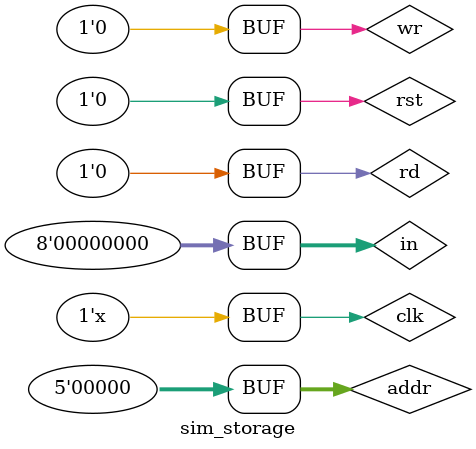
<source format=v>
`timescale 1ns / 1ps


module sim_storage(

    );
    reg rd,wr,clk,rst;
    reg [4:0] addr;
    reg [7:0] in;
    wire [7:0] out;
    storage mystorage(rd,wr,clk,rst,addr,in,out);
    initial begin
        rd<=0;
        wr<=0;       
        rst<=0;
        addr<=4'b0;
        clk<=0;
        in<=0;
        
        addr[4]<=0;
        #40
        wr<=1;
        #20
        addr[3:0]<=4'b0000;
        in<=8'h11;
        #10
        addr[3:0]<=4'b0010;
        in<=8'h12;
        #10
        addr[3:0]=4'b0100;
        in<=8'h13;
        #10
        addr[3:0]<=4'b0110;
        in<=8'h14;
        #10
        addr[3:0]<=4'b1000;
        in<=8'h15;
        #40
        addr[3:0]<=4'b0;
        in<=8'b0;
        #40
        wr<=0;
        #40
        
        rd<=1;
        #20
        addr[3:0]<=4'b0000;
        #10
        addr[3:0]<=4'b0010;
        #10
        addr[3:0]<=4'b0100;
        #10
        addr[3:0]<=4'b0110;
        #10
        addr[3:0]<=4'b1000;
        #80
        addr[3:0]<=4'b0;
        #40
        rd<=0;
        #40
        
        wr<=1;
        addr[4]<=1;
        #20
        addr[3:0]<=4'b1001;
        in<=8'b11011010;
        #80
        addr[3:0]<=4'b0;
        in<=8'b0;
        #40
        wr<=0;
        
        #40
        rd<=1;
        #30
        addr[3:0]<=4'b1001;
        #20
        addr[3:0]<=4'b0000;
        #30
        rd<=0;
        
        #40
        rst<=1;
        #40
        rst<=0;
        #10
        rd<=1;
        #10
        addr[3:0]<=4'b1001;
        #30
        addr[3:0]<=4'b0;
        #10
        rd<=0;  
        #20
        addr[4]<=0;
        #10
        rd<=1;   
        #30
        addr[3:0]<=4'b1110;
        #50
        addr[3:0]<=4'b0;
        #10
        rd<=0;
        
    end
    always begin
        #1
        clk<=~clk;
    end
endmodule

</source>
